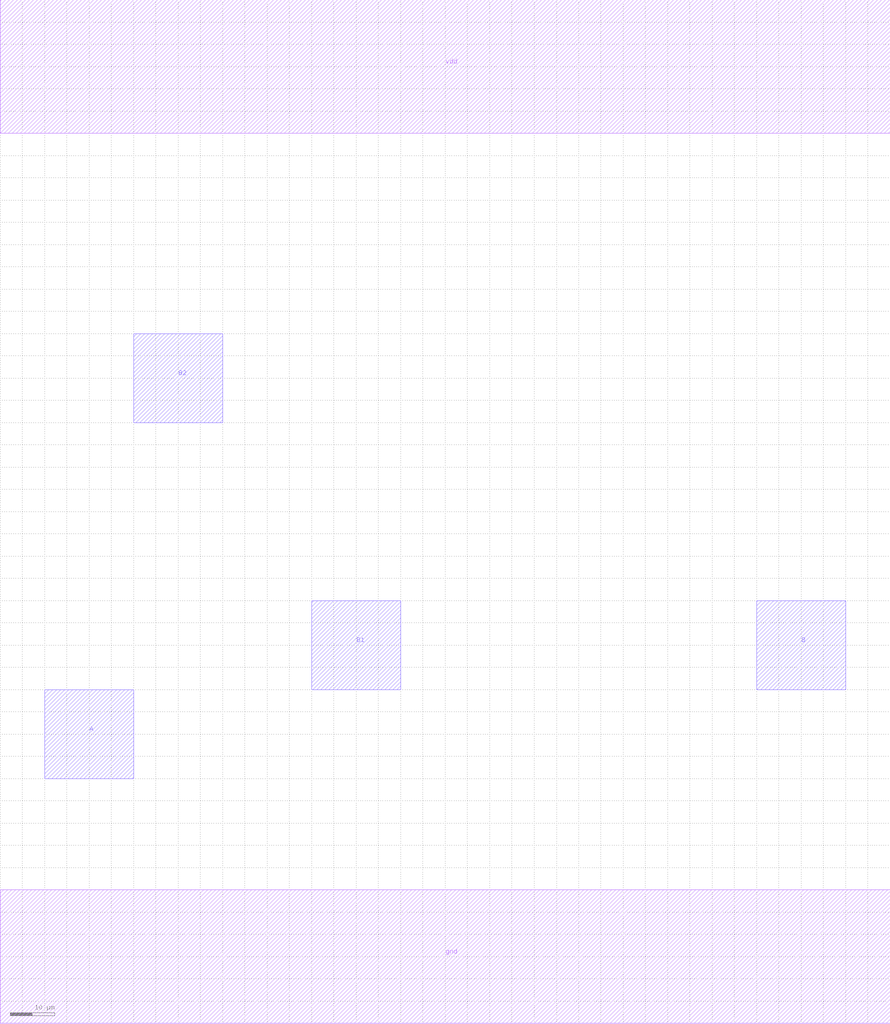
<source format=lef>
MACRO OAI31
 CLASS CORE ;
 ORIGIN 0 0 ;
 FOREIGN OAI31 0 0 ;
 SITE CORE ;
 SYMMETRY X Y R90 ;
  PIN vdd
   DIRECTION INOUT ;
   USE SIGNAL ;
   SHAPE ABUTMENT ;
    PORT
     CLASS CORE ;
       LAYER metal1 ;
        RECT 0.00000000 185.00000000 200.00000000 215.00000000 ;
    END
  END vdd

  PIN gnd
   DIRECTION INOUT ;
   USE SIGNAL ;
   SHAPE ABUTMENT ;
    PORT
     CLASS CORE ;
       LAYER metal1 ;
        RECT 0.00000000 -15.00000000 200.00000000 15.00000000 ;
    END
  END gnd

  PIN A
   DIRECTION INOUT ;
   USE SIGNAL ;
   SHAPE ABUTMENT ;
    PORT
     CLASS CORE ;
       LAYER metal2 ;
        RECT 10.00000000 40.00000000 30.00000000 60.00000000 ;
    END
  END A

  PIN B2
   DIRECTION INOUT ;
   USE SIGNAL ;
   SHAPE ABUTMENT ;
    PORT
     CLASS CORE ;
       LAYER metal2 ;
        RECT 30.00000000 120.00000000 50.00000000 140.00000000 ;
    END
  END B2

  PIN B1
   DIRECTION INOUT ;
   USE SIGNAL ;
   SHAPE ABUTMENT ;
    PORT
     CLASS CORE ;
       LAYER metal2 ;
        RECT 70.00000000 60.00000000 90.00000000 80.00000000 ;
    END
  END B1

  PIN B
   DIRECTION INOUT ;
   USE SIGNAL ;
   SHAPE ABUTMENT ;
    PORT
     CLASS CORE ;
       LAYER metal2 ;
        RECT 170.00000000 60.00000000 190.00000000 80.00000000 ;
    END
  END B


END OAI31

</source>
